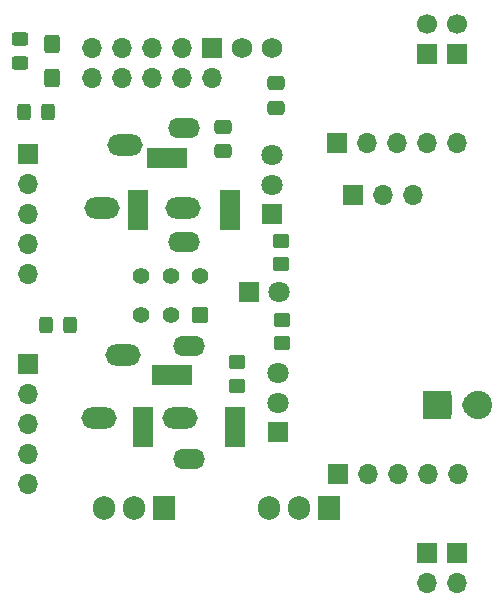
<source format=gbr>
%TF.GenerationSoftware,KiCad,Pcbnew,8.0.4*%
%TF.CreationDate,2024-08-25T20:19:00-07:00*%
%TF.ProjectId,Croissant,43726f69-7373-4616-9e74-2e6b69636164,rev?*%
%TF.SameCoordinates,Original*%
%TF.FileFunction,Soldermask,Bot*%
%TF.FilePolarity,Negative*%
%FSLAX46Y46*%
G04 Gerber Fmt 4.6, Leading zero omitted, Abs format (unit mm)*
G04 Created by KiCad (PCBNEW 8.0.4) date 2024-08-25 20:19:00*
%MOMM*%
%LPD*%
G01*
G04 APERTURE LIST*
G04 Aperture macros list*
%AMRoundRect*
0 Rectangle with rounded corners*
0 $1 Rounding radius*
0 $2 $3 $4 $5 $6 $7 $8 $9 X,Y pos of 4 corners*
0 Add a 4 corners polygon primitive as box body*
4,1,4,$2,$3,$4,$5,$6,$7,$8,$9,$2,$3,0*
0 Add four circle primitives for the rounded corners*
1,1,$1+$1,$2,$3*
1,1,$1+$1,$4,$5*
1,1,$1+$1,$6,$7*
1,1,$1+$1,$8,$9*
0 Add four rect primitives between the rounded corners*
20,1,$1+$1,$2,$3,$4,$5,0*
20,1,$1+$1,$4,$5,$6,$7,0*
20,1,$1+$1,$6,$7,$8,$9,0*
20,1,$1+$1,$8,$9,$2,$3,0*%
G04 Aperture macros list end*
%ADD10R,1.700000X1.700000*%
%ADD11O,1.700000X1.700000*%
%ADD12R,1.800000X1.800000*%
%ADD13C,1.800000*%
%ADD14R,1.905000X2.000000*%
%ADD15O,1.905000X2.000000*%
%ADD16RoundRect,0.250000X-0.620000X-0.620000X0.620000X-0.620000X0.620000X0.620000X-0.620000X0.620000X0*%
%ADD17C,1.740000*%
%ADD18R,1.800000X3.500000*%
%ADD19R,3.500000X1.800000*%
%ADD20O,2.700000X1.700000*%
%ADD21C,1.700000*%
%ADD22R,2.400000X2.400000*%
%ADD23C,2.400000*%
%ADD24RoundRect,0.250000X0.450000X0.450000X-0.450000X0.450000X-0.450000X-0.450000X0.450000X-0.450000X0*%
%ADD25C,1.400000*%
%ADD26C,0.100000*%
%ADD27O,3.000000X1.800000*%
%ADD28RoundRect,0.250000X0.325000X0.450000X-0.325000X0.450000X-0.325000X-0.450000X0.325000X-0.450000X0*%
%ADD29RoundRect,0.250000X0.475000X-0.337500X0.475000X0.337500X-0.475000X0.337500X-0.475000X-0.337500X0*%
%ADD30RoundRect,0.250000X-0.425000X0.537500X-0.425000X-0.537500X0.425000X-0.537500X0.425000X0.537500X0*%
%ADD31RoundRect,0.250000X-0.450000X0.325000X-0.450000X-0.325000X0.450000X-0.325000X0.450000X0.325000X0*%
%ADD32RoundRect,0.250000X-0.325000X-0.450000X0.325000X-0.450000X0.325000X0.450000X-0.325000X0.450000X0*%
%ADD33RoundRect,0.250000X-0.450000X0.350000X-0.450000X-0.350000X0.450000X-0.350000X0.450000X0.350000X0*%
%ADD34RoundRect,0.250000X0.450000X-0.350000X0.450000X0.350000X-0.450000X0.350000X-0.450000X-0.350000X0*%
%ADD35RoundRect,0.250000X-0.475000X0.337500X-0.475000X-0.337500X0.475000X-0.337500X0.475000X0.337500X0*%
G04 APERTURE END LIST*
D10*
%TO.C,P2*%
X65540000Y-49000000D03*
D11*
X65540000Y-51540000D03*
X55380000Y-49000000D03*
X55380000Y-51540000D03*
X63000000Y-49000000D03*
X60460000Y-49000000D03*
X57920000Y-49000000D03*
X63000000Y-51540000D03*
X60460000Y-51540000D03*
X57920000Y-51540000D03*
%TD*%
D12*
%TO.C,D6*%
X68671500Y-69634025D03*
D13*
X71211500Y-69634025D03*
%TD*%
D14*
%TO.C,U1*%
X75510324Y-87983999D03*
D15*
X72970324Y-87983999D03*
X70430324Y-87983999D03*
%TD*%
D10*
%TO.C,J5*%
X77472723Y-61460000D03*
D11*
X80012723Y-61460000D03*
X82552723Y-61460000D03*
%TD*%
D16*
%TO.C,P1*%
X65540000Y-49000000D03*
D17*
X68080000Y-49000000D03*
X70620000Y-49000000D03*
%TD*%
D18*
%TO.C,J4*%
X59718449Y-81100156D03*
D19*
X62218449Y-76700156D03*
D18*
X67518449Y-81100156D03*
%TD*%
D20*
%TO.C,RV1*%
X63188260Y-65385027D03*
X63188260Y-55785027D03*
D12*
X70688260Y-63085027D03*
D13*
X70688260Y-60585027D03*
X70688260Y-58085027D03*
%TD*%
D21*
%TO.C,P9*%
X86357855Y-46990000D03*
D10*
X86357855Y-49530000D03*
%TD*%
D22*
%TO.C,J7*%
X84597376Y-79246295D03*
D23*
X88097376Y-79246295D03*
%TD*%
D10*
%TO.C,P8*%
X83814110Y-91788250D03*
D11*
X83814110Y-94328250D03*
%TD*%
D10*
%TO.C,P10*%
X86360000Y-91794963D03*
D11*
X86360000Y-94334963D03*
%TD*%
D10*
%TO.C,A1*%
X76191276Y-57069118D03*
D11*
X78731276Y-57069118D03*
X81271276Y-57069118D03*
X83811276Y-57069118D03*
X86351276Y-57069118D03*
%TD*%
D21*
%TO.C,P7*%
X83811276Y-47000868D03*
D10*
X83811276Y-49540868D03*
%TD*%
%TO.C,A4*%
X50000000Y-75714262D03*
D11*
X50000000Y-78254262D03*
X50000000Y-80794262D03*
X50000000Y-83334262D03*
X50000000Y-85874262D03*
%TD*%
D10*
%TO.C,A2*%
X76208801Y-85090000D03*
D11*
X78748801Y-85090000D03*
X81288801Y-85090000D03*
X83828801Y-85090000D03*
X86368801Y-85090000D03*
%TD*%
D10*
%TO.C,A3*%
X50013691Y-57939292D03*
D11*
X50013691Y-60479292D03*
X50013691Y-63019292D03*
X50013691Y-65559292D03*
X50013691Y-68099292D03*
%TD*%
D24*
%TO.C,SW1*%
X64582831Y-71624680D03*
D25*
X62082831Y-71624680D03*
X59582831Y-71624680D03*
X59582831Y-68324680D03*
X62082831Y-68324680D03*
X64582831Y-68324680D03*
%TD*%
D20*
%TO.C,RV2*%
X63656922Y-83813864D03*
X63656922Y-74213864D03*
D12*
X71156922Y-81513864D03*
D13*
X71156922Y-79013864D03*
X71156922Y-76513864D03*
%TD*%
D14*
%TO.C,U2*%
X61503159Y-87983999D03*
D15*
X58963159Y-87983999D03*
X56423159Y-87983999D03*
%TD*%
D26*
%TO.C,J1*%
X55591109Y-59859364D03*
X61741109Y-59859364D03*
D27*
X58251109Y-57209364D03*
X56297109Y-62509364D03*
X63155109Y-62509364D03*
%TD*%
D18*
%TO.C,J3*%
X59292981Y-62697583D03*
D19*
X61792981Y-58297583D03*
D18*
X67092981Y-62697583D03*
%TD*%
D26*
%TO.C,J2*%
X55340000Y-77650000D03*
X61490000Y-77650000D03*
D27*
X58000000Y-75000000D03*
X56046000Y-80300000D03*
X62904000Y-80300000D03*
%TD*%
D10*
%TO.C,J6*%
X85090000Y-79240686D03*
D11*
X87630000Y-79240686D03*
%TD*%
D28*
%TO.C,D5*%
X53569020Y-72460861D03*
X51519020Y-72460861D03*
%TD*%
D29*
%TO.C,C2*%
X71000000Y-54037500D03*
X71000000Y-51962500D03*
%TD*%
D30*
%TO.C,C1*%
X51995534Y-48684028D03*
X51995534Y-51559028D03*
%TD*%
D31*
%TO.C,D3*%
X49342599Y-48248883D03*
X49342599Y-50298883D03*
%TD*%
D32*
%TO.C,D2*%
X49656664Y-54405004D03*
X51706664Y-54405004D03*
%TD*%
D33*
%TO.C,R3*%
X67718449Y-75600156D03*
X67718449Y-77600156D03*
%TD*%
D34*
%TO.C,R1*%
X71378594Y-67309837D03*
X71378594Y-65309837D03*
%TD*%
D33*
%TO.C,R2*%
X71506398Y-72015774D03*
X71506398Y-74015774D03*
%TD*%
D35*
%TO.C,C4*%
X66507112Y-55678562D03*
X66507112Y-57753562D03*
%TD*%
M02*

</source>
